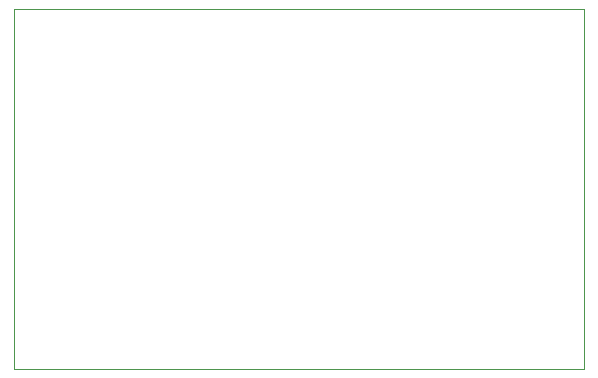
<source format=gko>
G75*
%MOIN*%
%OFA0B0*%
%FSLAX25Y25*%
%IPPOS*%
%LPD*%
%AMOC8*
5,1,8,0,0,1.08239X$1,22.5*
%
%ADD10C,0.00000*%
D10*
X0024615Y0014627D02*
X0024615Y0134627D01*
X0214615Y0134627D01*
X0214615Y0014627D01*
X0024615Y0014627D01*
M02*

</source>
